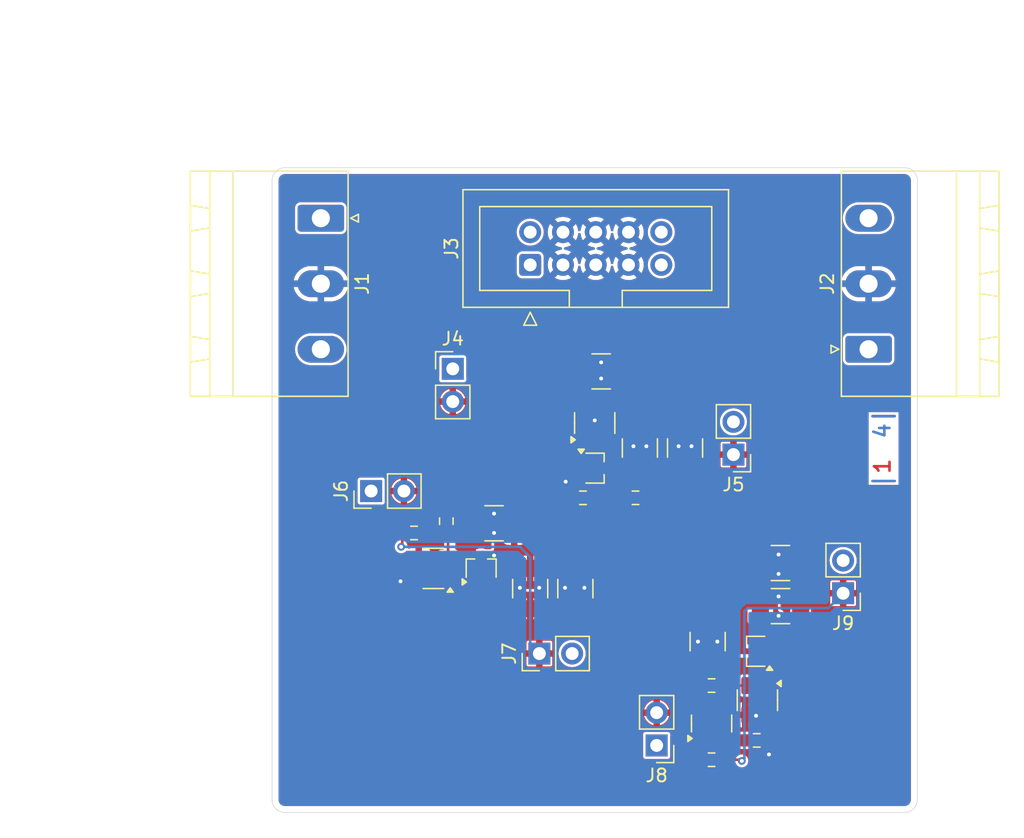
<source format=kicad_pcb>
(kicad_pcb
	(version 20240108)
	(generator "pcbnew")
	(generator_version "8.0")
	(general
		(thickness 1.6)
		(legacy_teardrops no)
	)
	(paper "A4")
	(layers
		(0 "F.Cu" signal)
		(1 "In1.Cu" signal)
		(2 "In2.Cu" signal)
		(31 "B.Cu" signal)
		(32 "B.Adhes" user "B.Adhesive")
		(33 "F.Adhes" user "F.Adhesive")
		(34 "B.Paste" user)
		(35 "F.Paste" user)
		(36 "B.SilkS" user "B.Silkscreen")
		(37 "F.SilkS" user "F.Silkscreen")
		(38 "B.Mask" user)
		(39 "F.Mask" user)
		(40 "Dwgs.User" user "User.Drawings")
		(41 "Cmts.User" user "User.Comments")
		(42 "Eco1.User" user "User.Eco1")
		(43 "Eco2.User" user "User.Eco2")
		(44 "Edge.Cuts" user)
		(45 "Margin" user)
		(46 "B.CrtYd" user "B.Courtyard")
		(47 "F.CrtYd" user "F.Courtyard")
		(48 "B.Fab" user)
		(49 "F.Fab" user)
		(50 "User.1" user)
		(51 "User.2" user)
		(52 "User.3" user)
		(53 "User.4" user)
		(54 "User.5" user)
		(55 "User.6" user)
		(56 "User.7" user)
		(57 "User.8" user)
		(58 "User.9" user)
	)
	(setup
		(stackup
			(layer "F.SilkS"
				(type "Top Silk Screen")
			)
			(layer "F.Paste"
				(type "Top Solder Paste")
			)
			(layer "F.Mask"
				(type "Top Solder Mask")
				(thickness 0.01)
			)
			(layer "F.Cu"
				(type "copper")
				(thickness 0.035)
			)
			(layer "dielectric 1"
				(type "prepreg")
				(thickness 0.1)
				(material "FR4")
				(epsilon_r 4.5)
				(loss_tangent 0.02)
			)
			(layer "In1.Cu"
				(type "copper")
				(thickness 0.035)
			)
			(layer "dielectric 2"
				(type "core")
				(thickness 1.24)
				(material "FR4")
				(epsilon_r 4.5)
				(loss_tangent 0.02)
			)
			(layer "In2.Cu"
				(type "copper")
				(thickness 0.035)
			)
			(layer "dielectric 3"
				(type "prepreg")
				(thickness 0.1)
				(material "FR4")
				(epsilon_r 4.5)
				(loss_tangent 0.02)
			)
			(layer "B.Cu"
				(type "copper")
				(thickness 0.035)
			)
			(layer "B.Mask"
				(type "Bottom Solder Mask")
				(thickness 0.01)
			)
			(layer "B.Paste"
				(type "Bottom Solder Paste")
			)
			(layer "B.SilkS"
				(type "Bottom Silk Screen")
			)
			(copper_finish "None")
			(dielectric_constraints no)
		)
		(pad_to_mask_clearance 0.05)
		(solder_mask_min_width 0.1)
		(allow_soldermask_bridges_in_footprints no)
		(grid_origin 75 100)
		(pcbplotparams
			(layerselection 0x00010fc_ffffffff)
			(plot_on_all_layers_selection 0x0000000_00000000)
			(disableapertmacros no)
			(usegerberextensions no)
			(usegerberattributes yes)
			(usegerberadvancedattributes yes)
			(creategerberjobfile yes)
			(dashed_line_dash_ratio 12.000000)
			(dashed_line_gap_ratio 3.000000)
			(svgprecision 4)
			(plotframeref no)
			(viasonmask yes)
			(mode 1)
			(useauxorigin no)
			(hpglpennumber 1)
			(hpglpenspeed 20)
			(hpglpendiameter 15.000000)
			(pdf_front_fp_property_popups yes)
			(pdf_back_fp_property_popups yes)
			(dxfpolygonmode yes)
			(dxfimperialunits yes)
			(dxfusepcbnewfont yes)
			(psnegative no)
			(psa4output no)
			(plotreference yes)
			(plotvalue yes)
			(plotfptext yes)
			(plotinvisibletext no)
			(sketchpadsonfab no)
			(subtractmaskfromsilk no)
			(outputformat 1)
			(mirror no)
			(drillshape 1)
			(scaleselection 1)
			(outputdirectory "")
		)
	)
	(net 0 "")
	(net 1 "/In1")
	(net 2 "GND")
	(net 3 "/OUT1")
	(net 4 "/IN2")
	(net 5 "/OUT2")
	(net 6 "/IN3")
	(net 7 "/OUT3")
	(net 8 "/SW1")
	(net 9 "unconnected-(D1-NC-Pad2)")
	(net 10 "/SW2")
	(net 11 "unconnected-(D2-NC-Pad2)")
	(net 12 "/SW3")
	(net 13 "unconnected-(D3-NC-Pad2)")
	(net 14 "/V-in")
	(net 15 "/V+in")
	(net 16 "Net-(J2-Pin_1)")
	(net 17 "Net-(J2-Pin_3)")
	(net 18 "/FB3")
	(net 19 "/FB_HIGH3")
	(net 20 "/FB1")
	(net 21 "/FB2")
	(net 22 "Net-(Q1-B)")
	(footprint "byp-lib:BWVS00606045" (layer "F.Cu") (at 94.5 68.65 -90))
	(footprint "Capacitor_SMD:C_1210_3225Metric_Pad1.33x2.70mm_HandSolder" (layer "F.Cu") (at 107 71.7375 90))
	(footprint "Resistor_SMD:R_0603_1608Metric_Pad0.98x0.95mm_HandSolder" (layer "F.Cu") (at 88.5 77.4125 90))
	(footprint "Resistor_SMD:R_0603_1608Metric_Pad0.98x0.95mm_HandSolder" (layer "F.Cu") (at 86 78.325))
	(footprint "Connector_PinHeader_2.54mm:PinHeader_1x02_P2.54mm_Vertical" (layer "F.Cu") (at 82.675 75.075 90))
	(footprint "Connector_PinHeader_2.54mm:PinHeader_1x02_P2.54mm_Vertical" (layer "F.Cu") (at 110.75 72.25 180))
	(footprint "byp-lib:BWVS00606045" (layer "F.Cu") (at 117.75 89 90))
	(footprint "Package_TO_SOT_SMD:SOT-23-5" (layer "F.Cu") (at 100 69.8 90))
	(footprint "Connector_PinHeader_2.54mm:PinHeader_1x02_P2.54mm_Vertical" (layer "F.Cu") (at 89 65.6))
	(footprint "Resistor_SMD:R_0603_1608Metric_Pad0.98x0.95mm_HandSolder" (layer "F.Cu") (at 99.0875 75.6 180))
	(footprint "Package_TO_SOT_SMD:SOT-323_SC-70" (layer "F.Cu") (at 100 73.3))
	(footprint "Capacitor_SMD:C_1210_3225Metric_Pad1.33x2.70mm_HandSolder" (layer "F.Cu") (at 95 82.6375 -90))
	(footprint "Capacitor_SMD:C_1210_3225Metric_Pad1.33x2.70mm_HandSolder" (layer "F.Cu") (at 103.5 71.7375 90))
	(footprint "Capacitor_SMD:C_1210_3225Metric_Pad1.33x2.70mm_HandSolder" (layer "F.Cu") (at 100.5 65.8))
	(footprint "Resistor_SMD:R_0603_1608Metric_Pad0.98x0.95mm_HandSolder" (layer "F.Cu") (at 112.556277 94.407939 180))
	(footprint "Connector_Phoenix_MSTB:PhoenixContact_MSTBA_2,5_3-G-5,08_1x03_P5.08mm_Horizontal" (layer "F.Cu") (at 78.7775 53.92 -90))
	(footprint "Connector_IDC:IDC-Header_2x05_P2.54mm_Vertical" (layer "F.Cu") (at 95 57.54 90))
	(footprint "Resistor_SMD:R_0603_1608Metric_Pad0.98x0.95mm_HandSolder" (layer "F.Cu") (at 109.056277 95.907939 180))
	(footprint "Resistor_SMD:R_0603_1608Metric_Pad0.98x0.95mm_HandSolder" (layer "F.Cu") (at 109.056277 90.157939 180))
	(footprint "byp-lib:BWVS00606045" (layer "F.Cu") (at 90 86.325))
	(footprint "Package_TO_SOT_SMD:SOT-323_SC-70" (layer "F.Cu") (at 91.2 81.075 90))
	(footprint "Capacitor_SMD:C_1210_3225Metric_Pad1.33x2.70mm_HandSolder" (layer "F.Cu") (at 114.397738 83.997744))
	(footprint "Connector_PinHeader_2.54mm:PinHeader_1x02_P2.54mm_Vertical" (layer "F.Cu") (at 119.25 83 180))
	(footprint "Connector_PinHeader_2.54mm:PinHeader_1x02_P2.54mm_Vertical" (layer "F.Cu") (at 95.71 87.675 90))
	(footprint "Capacitor_SMD:C_1210_3225Metric_Pad1.33x2.70mm_HandSolder" (layer "F.Cu") (at 98.5 82.6375 -90))
	(footprint "Capacitor_SMD:C_1210_3225Metric_Pad1.33x2.70mm_HandSolder" (layer "F.Cu") (at 108.75 86.75 -90))
	(footprint "Package_TO_SOT_SMD:SOT-23-5" (layer "F.Cu") (at 112.606277 91.295439 -90))
	(footprint "Resistor_SMD:R_0603_1608Metric_Pad0.98x0.95mm_HandSolder" (layer "F.Cu") (at 103.1625 75.6 180))
	(footprint "Capacitor_SMD:C_1210_3225Metric_Pad1.33x2.70mm_HandSolder" (layer "F.Cu") (at 114.390361 80.65856))
	(footprint "Connector_PinHeader_2.54mm:PinHeader_1x02_P2.54mm_Vertical" (layer "F.Cu") (at 104.8 94.8 180))
	(footprint "Package_TO_SOT_SMD:SOT-323_SC-70" (layer "F.Cu") (at 112.5 87.5 180))
	(footprint "Connector_Phoenix_MSTB:PhoenixContact_MSTBA_2,5_3-G-5,08_1x03_P5.08mm_Horizontal" (layer "F.Cu") (at 121.2225 64.08 90))
	(footprint "Package_TO_SOT_SMD:SOT-23-5" (layer "F.Cu") (at 87.5 81.075 180))
	(footprint "Package_TO_SOT_SMD:SOT-23" (layer "F.Cu") (at 109.056277 93.095439 90))
	(footprint "Capacitor_SMD:C_1210_3225Metric_Pad1.33x2.70mm_HandSolder" (layer "F.Cu") (at 92.2 77.575 180))
	(gr_line
		(start 76 50)
		(end 124 50)
		(locked yes)
		(stroke
			(width 0.05)
			(type default)
		)
		(layer "Edge.Cuts")
		(uuid "27b510a8-5a35-4780-8bc6-0b8039ab2269")
	)
	(gr_arc
		(start 76 100)
		(mid 75.292893 99.707107)
		(end 75 99)
		(locked yes)
		(stroke
			(width 0.05)
			(type default)
		)
		(layer "Edge.Cuts")
		(uuid "2926550a-ab36-46a6-bddb-5e59f77f1bf1")
	)
	(gr_arc
		(start 75 51)
		(mid 75.292893 50.292893)
		(end 76 50)
		(locked yes)
		(stroke
			(width 0.05)
			(type default)
		)
		(layer "Edge.Cuts")
		(uuid "5b5dcc8f-3819-4e93-87d8-14422b7cf966")
	)
	(gr_arc
		(start 125 99)
		(mid 124.707107 99.707107)
		(end 124 100)
		(locked yes)
		(stroke
			(width 0.05)
			(type default)
		)
		(layer "Edge.Cuts")
		(uuid "60652fe9-3ec5-4681-b5d4-9d936a8aba08")
	)
	(gr_line
		(start 124 100)
		(end 76 100)
		(locked yes)
		(stroke
			(width 0.05)
			(type default)
		)
		(layer "Edge.Cuts")
		(uuid "6f83613d-5d6b-42d5-a90c-c233a12c673f")
	)
	(gr_line
		(start 125 51)
		(end 125 99)
		(locked yes)
		(stroke
			(width 0.05)
			(type default)
		)
		(layer "Edge.Cuts")
		(uuid "9082957f-ff40-415d-ba12-b4a99302cab9")
	)
	(gr_arc
		(start 124 50)
		(mid 124.707107 50.292893)
		(end 125 51)
		(locked yes)
		(stroke
			(width 0.05)
			(type default)
		)
		(layer "Edge.Cuts")
		(uuid "a77b9d8a-1c74-4184-b386-c1f84ffeaadd")
	)
	(gr_line
		(start 75 99)
		(end 75 51)
		(locked yes)
		(stroke
			(width 0.05)
			(type default)
		)
		(layer "Edge.Cuts")
		(uuid "afb774ac-91d4-4857-aba4-924b0fe488f6")
	)
	(gr_text "|1   |"
		(at 123 75 90)
		(layer "F.Cu")
		(uuid "cb5426c8-e7d6-494d-9d19-a09b11f995cf")
		(effects
			(font
				(size 1.2 1.2)
				(thickness 0.2)
				(bold yes)
			)
			(justify left bottom)
		)
	)
	(gr_text "| 2  |"
		(at 123 75 90)
		(layer "In1.Cu")
		(uuid "dee87f40-bea2-467a-89c5-ed7028e8e8d9")
		(effects
			(font
				(size 1.2 1.2)
				(thickness 0.2)
				(bold yes)
			)
			(justify left bottom)
		)
	)
	(gr_text "|  3 |"
		(at 123 75 90)
		(layer "In2.Cu")
		(uuid "0357b60c-de70-4660-b1e1-29a970744299")
		(effects
			(font
				(size 1.2 1.2)
				(thickness 0.2)
				(bold yes)
			)
			(justify left bottom)
		)
	)
	(gr_text "|   4|"
		(at 123 75 90)
		(layer "B.Cu")
		(uuid "4c53279d-36a2-4dc8-8719-e0ac5daae19e")
		(effects
			(font
				(size 1.2 1.2)
				(thickness 0.2)
				(bold yes)
			)
			(justify left bottom)
		)
	)
	(dimension
		(type aligned)
		(layer "User.1")
		(uuid "5e510d19-2a38-4c76-876d-d8602ff733f6")
		(pts
			(xy 76 50) (xy 76 100)
		)
		(height 15.999999)
		(gr_text "50,0000 mm"
			(at 58.850001 75 90)
			(layer "User.1")
			(uuid "5e510d19-2a38-4c76-876d-d8602ff733f6")
			(effects
				(font
					(size 1 1)
					(thickness 0.15)
				)
			)
		)
		(format
			(prefix "")
			(suffix "")
			(units 3)
			(units_format 1)
			(precision 4)
		)
		(style
			(thickness 0.1)
			(arrow_length 1.27)
			(text_position_mode 0)
			(extension_height 0.58642)
			(extension_offset 0.5) keep_text_aligned)
	)
	(dimension
		(type aligned)
		(layer "User.1")
		(uuid "fbf8a477-3c67-4cc4-ac07-ed7cdf9404f7")
		(pts
			(xy 75 51) (xy 125 51)
		)
		(height -12)
		(gr_text "50,0000 mm"
			(at 100 37.85 0)
			(layer "User.1")
			(uuid "fbf8a477-3c67-4cc4-ac07-ed7cdf9404f7")
			(effects
				(font
					(size 1 1)
					(thickness 0.15)
				)
			)
		)
		(format
			(prefix "")
			(suffix "")
			(units 3)
			(units_format 1)
			(precision 4)
		)
		(style
			(thickness 0.1)
			(arrow_length 1.27)
			(text_position_mode 0)
			(extension_height 0.58642)
			(extension_offset 0.5) keep_text_aligned)
	)
	(via
		(at 100 69.6)
		(size 0.6)
		(drill 0.3)
		(layers "F.Cu" "B.Cu")
		(free yes)
		(net 2)
		(uuid "0095b25f-2895-4cc0-ba0d-7b10b331230c")
	)
	(via
		(at 109.5 86.75)
		(size 0.6)
		(drill 0.3)
		(layers "F.Cu" "B.Cu")
		(free yes)
		(net 2)
		(uuid "03d83c65-dcaa-43cb-9f39-6c6f5234d73e")
	)
	(via
		(at 100.5 66.35)
		(size 0.6)
		(drill 0.3)
		(layers "F.Cu" "B.Cu")
		(free yes)
		(net 2)
		(uuid "09e2d163-8f6a-4251-a8d7-5e7728fe9577")
	)
	(via
		(at 97.7 82.575)
		(size 0.6)
		(drill 0.3)
		(layers "F.Cu" "B.Cu")
		(free yes)
		(net 2)
		(uuid "0efb9ed1-9d18-4c9a-9572-43e9211e975a")
	)
	(via
		(at 92.2 78.325)
		(size 0.6)
		(drill 0.3)
		(layers "F.Cu" "B.Cu")
		(free yes)
		(net 2)
		(uuid "150956eb-dc22-4b31-9dfa-a1bff185759d")
	)
	(via
		(at 99.2 82.575)
		(size 0.6)
		(drill 0.3)
		(layers "F.Cu" "B.Cu")
		(free yes)
		(net 2)
		(uuid "1e18d8b2-6a6f-4748-90dd-19291136fd49")
	)
	(via
		(at 114.25 81.5)
		(size 0.6)
		(drill 0.3)
		(layers "F.Cu" "B.Cu")
		(free yes)
		(net 2)
		(uuid "2b75be5a-41de-4772-8123-b889ec0280f0")
	)
	(via
		(at 108 86.75)
		(size 0.6)
		(drill 0.3)
		(layers "F.Cu" "B.Cu")
		(free yes)
		(net 2)
		(uuid "30a52ecc-42a0-4371-b532-729332591477")
	)
	(via
		(at 114.25 83.25)
		(size 0.6)
		(drill 0.3)
		(layers "F.Cu" "B.Cu")
		(free yes)
		(net 2)
		(uuid "3573c2af-d207-46bb-b932-2782344acac5")
	)
	(via
		(at 112.5 92.5)
		(size 0.6)
		(drill 0.3)
		(layers "F.Cu" "B.Cu")
		(free yes)
		(net 2)
		(uuid "3871ee59-9967-4caf-a2be-3a53b03905b4")
	)
	(via
		(at 92.2 80.075)
		(size 0.6)
		(drill 0.3)
		(layers "F.Cu" "B.Cu")
		(free yes)
		(net 2)
		(uuid "3ecee66e-1aa3-4690-a053-1ba6b3a7e9bb")
	)
	(via
		(at 94.2 82.575)
		(size 0.6)
		(drill 0.3)
		(layers "F.Cu" "B.Cu")
		(free yes)
		(net 2)
		(uuid "468afa86-74f8-4baa-98b5-635b6e625428")
	)
	(via
		(at 114.25 80)
		(size 0.6)
		(drill 0.3)
		(layers "F.Cu" "B.Cu")
		(free yes)
		(net 2)
		(uuid "527125ae-cab5-4f1d-8abc-14d04f0977bd")
	)
	(via
		(at 92.2 76.825)
		(size 0.6)
		(drill 0.3)
		(layers "F.Cu" "B.Cu")
		(free yes)
		(net 2)
		(uuid "528ce57f-a6fc-484a-8550-0e2eca110d82")
	)
	(via
		(at 113.5 95.5)
		(size 0.6)
		(drill 0.3)
		(layers "F.Cu" "B.Cu")
		(free yes)
		(net 2)
		(uuid "653e08de-e6ed-4cb1-a48d-0b28c12d23ba")
	)
	(via
		(at 114.25 84.75)
		(size 0.6)
		(drill 0.3)
		(layers "F.Cu" "B.Cu")
		(free yes)
		(net 2)
		(uuid "71757787-4220-4b86-a584-ee50c7d26db1")
	)
	(via
		(at 100.5 65.1)
		(size 0.6)
		(drill 0.3)
		(layers "F.Cu" "B.Cu")
		(free yes)
		(net 2)
		(uuid "7672b176-9c8b-426e-9a39-05d1e840f94a")
	)
	(via
		(at 103 71.6)
		(size 0.6)
		(drill 0.3)
		(layers "F.Cu" "B.Cu")
		(free yes)
		(net 2)
		(uuid "8e9c4903-effc-4027-882b-171c5f1f4f01")
	)
	(via
		(at 107.5 71.6)
		(size 0.6)
		(drill 0.3)
		(layers "F.Cu" "B.Cu")
		(free yes)
		(net 2)
		(uuid "9392b5f2-de33-4fca-9f63-5a02fb1c9f90")
	)
	(via
		(at 104 71.6)
		(size 0.6)
		(drill 0.3)
		(layers "F.Cu" "B.Cu")
		(free yes)
		(net 2)
		(uuid "ab765ca4-1b79-441d-a8f9-dfe315642772")
	)
	(via
		(at 106.5 71.6)
		(size 0.6)
		(drill 0.3)
		(layers "F.Cu" "B.Cu")
		(free yes)
		(net 2)
		(uuid "addd5d33-7e05-4d92-836d-c09e85fdd9fa")
	)
	(via
		(at 97.75 74.35)
		(size 0.6)
		(drill 0.3)
		(layers "F.Cu" "B.Cu")
		(free yes)
		(net 2)
		(uuid "e45535ae-48f4-4bfa-b49d-45f40cd7926f")
	)
	(via
		(at 84.95 82.075)
		(size 0.6)
		(drill 0.3)
		(layers "F.Cu" "B.Cu")
		(free yes)
		(net 2)
		(uuid "e621f036-d93a-44a0-9982-255634ea6be9")
	)
	(via
		(at 95.7 82.575)
		(size 0.6)
		(drill 0.3)
		(layers "F.Cu" "B.Cu")
		(free yes)
		(net 2)
		(uuid "fff2e9b7-8a0a-470b-a028-e3a7f3a6c216")
	)
	(segment
		(start 85.0875 79.3125)
		(end 85 79.4)
		(width 0.2)
		(layer "F.Cu")
		(net 5)
		(uuid "2b6b3d8f-7ed3-4309-9120-aa8914fa189d")
	)
	(segment
		(start 85.0875 78.325)
		(end 85.0875 79.3125)
		(width 0.2)
		(layer "F.Cu")
		(net 5)
		(uuid "ac78a45e-8d90-4507-b637-693c6a299101")
	)
	(via
		(at 85 79.4)
		(size 0.6)
		(drill 0.3)
		(layers "F.Cu" "B.Cu")
		(net 5)
		(uuid "0ff9722b-d3c5-416b-8732-ce1a1a049dff")
	)
	(segment
		(start 95 80.2)
		(end 95 86.965)
		(width 0.2)
		(layer "B.Cu")
		(net 5)
		(uuid "47044d23-a931-4169-b2bd-3a9b9d13ced7")
	)
	(segment
		(start 85 79.4)
		(end 94.2 79.4)
		(width 0.2)
		(layer "B.Cu")
		(net 5)
		(uuid "714774d4-cc59-4871-af02-e30e61d3d260")
	)
	(segment
		(start 94.2 79.4)
		(end 95 80.2)
		(width 0.2)
		(layer "B.Cu")
		(net 5)
		(uuid "8b4a651a-a396-4540-875d-8bdfe8417dba")
	)
	(segment
		(start 95 86.965)
		(end 95.71 87.675)
		(width 0.2)
		(layer "B.Cu")
		(net 5)
		(uuid "ef0d42a8-189c-44d4-91c6-1e470f7c26f1")
	)
	(segment
		(start 109.968777 95.907939)
		(end 111.307939 95.907939)
		(width 0.2)
		(layer "F.Cu")
		(net 7)
		(uuid "a837d30b-abc5-4a3b-8d36-7378403e840c")
	)
	(segment
		(start 111.307939 95.907939)
		(end 111.4 96)
		(width 0.2)
		(layer "F.Cu")
		(net 7)
		(uuid "bd786682-0141-437e-96cc-7e31e35d568e")
	)
	(via
		(at 111.4 96)
		(size 0.6)
		(drill 0.3)
		(layers "F.Cu" "B.Cu")
		(net 7)
		(uuid "94ed6819-7f69-4005-8841-7173ca69cb63")
	)
	(segment
		(start 111.6 95.8)
		(end 111.6 84.4)
		(width 0.2)
		(layer "B.Cu")
		(net 7)
		(uuid "2ad2340b-8e30-47af-ba42-28c4b95c3cda")
	)
	(segment
		(start 111.6 84.4)
		(end 111.85 84.15)
		(width 0.2)
		(layer "B.Cu")
		(net 7)
		(uuid "80e95da4-886e-4af5-b708-a6bf236b5874")
	)
	(segment
		(start 111.4 96)
		(end 111.6 95.8)
		(width 0.2)
		(layer "B.Cu")
		(net 7)
		(uuid "d0c0d52a-124c-4293-8157-b42969fc9c5a")
	)
	(segment
		(start 118.1 84.15)
		(end 119.25 83)
		(width 0.2)
		(layer "B.Cu")
		(net 7)
		(uuid "f53599b6-eebe-4f97-988c-47b4c74b7884")
	)
	(segment
		(start 111.85 84.15)
		(end 118.1 84.15)
		(width 0.2)
		(layer "B.Cu")
		(net 7)
		(uuid "fbb973de-d0ff-4d97-9106-b63d9bf30724")
	)
	(segment
		(start 109.968777 91.831223)
		(end 109.642061 92.157939)
		(width 0.2)
		(layer "F.Cu")
		(net 18)
		(uuid "0e3db165-8258-436f-8810-36810453a43b")
	)
	(segment
		(start 109.642061 92.157939)
		(end 109.056277 92.157939)
		(width 0.2)
		(layer "F.Cu")
		(net 18)
		(uuid "314cbf29-825c-4edc-b306-8659954b56df")
	)
	(segment
		(start 109.968777 90.157939)
		(end 109.968777 91.831223)
		(width 0.2)
		(layer "F.Cu")
		(net 18)
		(uuid "3af174c5-f69d-42d6-ab3f-fa690f7e0ced")
	)
	(segment
		(start 111.656277 90.157939)
		(end 109.968777 90.157939)
		(width 0.2)
		(layer "F.Cu")
		(net 18)
		(uuid "c3f9cdd0-12d5-4b6b-b663-215ead4de5d3")
	)
	(segment
		(start 111.643777 94.407939)
		(end 111.007939 94.407939)
		(width 0.2)
		(layer "F.Cu")
		(net 19)
		(uuid "5c4e8027-39cd-4718-859f-ea9f1507232a")
	)
	(segment
		(start 110.632939 94.032939)
		(end 110.006277 94.032939)
		(width 0.2)
		(layer "F.Cu")
		(net 19)
		(uuid "5cc1a6f8-8377-4446-bdf2-6333a2aad8de")
	)
	(segment
		(start 111.007939 94.407939)
		(end 110.632939 94.032939)
		(width 0.2)
		(layer "F.Cu")
		(net 19)
		(uuid "6c243615-1e9c-4416-9311-366d4d26b609")
	)
	(segment
		(start 100.95 71.8)
		(end 100 72.75)
		(width 0.2)
		(layer "F.Cu")
		(net 20)
		(uuid "5b012d43-c4c8-4641-b28e-6f818937005c")
	)
	(segment
		(start 100 72.75)
		(end 100 75.6)
		(width 0.2)
		(layer "F.Cu")
		(net 20)
		(uuid "a084a683-9107-4535-824b-6580d8f9eea7")
	)
	(segment
		(start 100.95 70.9375)
		(end 100.95 71.8)
		(width 0.2)
		(layer "F.Cu")
		(net 20)
		(uuid "e08133a0-e3ca-46e0-b952-8178e54bfb46")
	)
	(segment
		(start 102.25 75.6)
		(end 100 75.6)
		(width 0.2)
		(layer "F.Cu")
		(net 20)
		(uuid "fec55eee-d381-4031-b21a-98f65b437d36")
	)
	(segment
		(start 86.9125 78.325)
		(end 88.5 78.325)
		(width 0.2)
		(layer "F.Cu")
		(net 21)
		(uuid "6c6a5a17-c3eb-4259-9dbb-ecc94a9690fa")
	)
	(segment
		(start 88.6375 78.4625)
		(end 88.5 78.325)
		(width 0.2)
		(layer "F.Cu")
		(net 21)
		(uuid "7becd439-edb4-4720-aefc-8e82a0f0ddd3")
	)
	(segment
		(start 88.6375 80.125)
		(end 88.6375 78.4625)
		(width 0.2)
		(layer "F.Cu")
		(net 21)
		(uuid "deaed4d9-f60a-43aa-bada-1394370c5234")
	)
	(segment
		(start 108.143777 95.907939)
		(end 108.143777 94.070439)
		(width 0.2)
		(layer "F.Cu")
		(net 22)
		(uuid "4abc333e-8f4a-4cb8-a08b-0df63115e2cd")
	)
	(segment
		(start 108.143777 94.070439)
		(end 108.106277 94.032939)
		(width 0.2)
		(layer "F.Cu")
		(net 22)
		(uuid "e45c9b50-f7be-42b9-b01e-498b01b5fdb5")
	)
	(zone
		(net 5)
		(net_name "/OUT2")
		(layer "F.Cu")
		(uuid "109c2be4-7fda-4b9a-8651-7a1ecd219f7c")
		(hatch edge 0.5)
		(priority 6)
		(connect_pads
			(clearance 0.15)
		)
		(min_thickness 0.15)
		(filled_areas_thickness no)
		(fill yes
			(thermal_gap 0.15)
			(thermal_bridge_width 0.5)
		)
		(polygon
			(pts
				(xy 90.65 89.875) (xy 90.65 82.875) (xy 100.25 82.875) (xy 100.25 89.875)
			)
		)
		(filled_polygon
			(layer "F.Cu")
			(pts
				(xy 93.816226 82.896674) (xy 93.819825 82.90054) (xy 93.868867 82.957138) (xy 93.868868 82.957139)
				(xy 93.868872 82.957143) (xy 93.989947 83.034953) (xy 94.096403 83.066211) (xy 94.128035 83.075499)
				(xy 94.128037 83.0755) (xy 94.128039 83.0755) (xy 94.271963 83.0755) (xy 94.271964 83.075499) (xy 94.410053 83.034953)
				(xy 94.531128 82.957143) (xy 94.548485 82.937111) (xy 94.580175 82.90054) (xy 94.630821 82.875189)
				(xy 94.6361 82.875) (xy 95.2639 82.875) (xy 95.316226 82.896674) (xy 95.319825 82.90054) (xy 95.368867 82.957138)
				(xy 95.368868 82.957139) (xy 95.368872 82.957143) (xy 95.489947 83.034953) (xy 95.596403 83.066211)
				(xy 95.628035 83.075499) (xy 95.628037 83.0755) (xy 95.628039 83.0755) (xy 95.771963 83.0755) (xy 95.771964 83.075499)
				(xy 95.910053 83.034953) (xy 96.031128 82.957143) (xy 96.048485 82.937111) (xy 96.080175 82.90054)
				(xy 96.130821 82.875189) (xy 96.1361 82.875) (xy 97.2639 82.875) (xy 97.316226 82.896674) (xy 97.319825 82.90054)
				(xy 97.368867 82.957138) (xy 97.368868 82.957139) (xy 97.368872 82.957143) (xy 97.489947 83.034953)
				(xy 97.596403 83.066211) (xy 97.628035 83.075499) (xy 97.628037 83.0755) (xy 97.628039 83.0755)
				(xy 97.771963 83.0755) (xy 97.771964 83.075499) (xy 97.910053 83.034953) (xy 98.031128 82.957143)
				(xy 98.048485 82.937111) (xy 98.080175 82.90054) (xy 98.130821 82.875189) (xy 98.1361 82.875) (xy 98.7639 82.875)
				(xy 98.816226 82.896674) (xy 98.819825 82.90054) (xy 98.868867 82.957138) (xy 98.868868 82.957139)
				(xy 98.868872 82.957143) (xy 98.989947 83.034953) (xy 99.096403 83.066211) (xy 99.128035 83.075499)
				(xy 99.128037 83.0755) (xy 99.128039 83.0755) (xy 99.271963 83.0755) (xy 99.271964 83.075499) (xy 99.410053 83.034953)
				(xy 99.531128 82.957143) (xy 99.548485 82.937111) (xy 99.580175 82.90054) (xy 99.630821 82.875189)
				(xy 99.6361 82.875) (xy 100.176 82.875) (xy 100.228326 82.896674) (xy 100.25 82.949) (xy 100.25 89.801)
				(xy 100.228326 89.853326) (xy 100.176 89.875) (xy 90.724 89.875) (xy 90.671674 89.853326) (xy 90.65 89.801)
				(xy 90.65 88.740641) (xy 91.05 88.740641) (xy 91.0529 88.777493) (xy 91.098718 88.935199) (xy 91.182317 89.076556)
				(xy 91.298443 89.192682) (xy 91.4398 89.276281) (xy 91.597508 89.322099) (xy 91.597505 89.322099)
				(xy 91.634359 89.325) (xy 92.765641 89.325) (xy 92.802493 89.322099) (xy 92.960199 89.276281) (xy 93.101556 89.192682)
				(xy 93.217682 89.076556) (xy 93.301281 88.935199) (xy 93.347099 88.777493) (xy 93.35 88.740641)
				(xy 93.35 87.828553) (xy 92.946447 87.425) (xy 94.71 87.425) (xy 95.276988 87.425) (xy 95.244075 87.482007)
				(xy 95.21 87.609174) (xy 95.21 87.740826) (xy 95.244075 87.867993) (xy 95.276988 87.925) (xy 94.710001 87.925)
				(xy 94.710001 88.539778) (xy 94.718701 88.583524) (xy 94.751855 88.633143) (xy 94.751856 88.633144)
				(xy 94.801472 88.666296) (xy 94.845226 88.674999) (xy 95.46 88.674999) (xy 95.46 88.108012) (xy 95.517007 88.140925)
				(xy 95.644174 88.175) (xy 95.775826 88.175) (xy 95.902993 88.140925) (xy 95.96 88.108012) (xy 95.96 88.674999)
				(xy 96.574779 88.674999) (xy 96.618524 88.666298) (xy 96.668143 88.633144) (xy 96.668144 88.633143)
				(xy 96.701296 88.583527) (xy 96.71 88.539773) (xy 96.71 87.925) (xy 96.143012 87.925) (xy 96.175925 87.867993)
				(xy 96.21 87.740826) (xy 96.21 87.675) (xy 97.194417 87.675) (xy 97.2147 87.880934) (xy 97.274768 88.078954)
				(xy 97.372315 88.26145) (xy 97.50359 88.42141) (xy 97.66355 88.552685) (xy 97.846046 88.650232)
				(xy 98.044066 88.7103) (xy 98.25 88.730583) (xy 98.455934 88.7103) (xy 98.653954 88.650232) (xy 98.83645 88.552685)
				(xy 98.99641 88.42141) (xy 99.127685 88.26145) (xy 99.225232 88.078954) (xy 99.2853 87.880934) (xy 99.305583 87.675)
				(xy 99.2853 87.469066) (xy 99.225232 87.271046) (xy 99.127685 87.08855) (xy 98.99641 86.92859) (xy 98.83645 86.797315)
				(xy 98.653954 86.699768) (xy 98.542158 86.665855) (xy 98.455935 86.6397) (xy 98.25 86.619417) (xy 98.044064 86.6397)
				(xy 97.846043 86.699769) (xy 97.663549 86.797315) (xy 97.50359 86.928589) (xy 97.503589 86.92859)
				(xy 97.372315 87.088549) (xy 97.274769 87.271043) (xy 97.2147 87.469064) (xy 97.2147 87.469066)
				(xy 97.194417 87.675) (xy 96.21 87.675) (xy 96.21 87.609174) (xy 96.175925 87.482007) (xy 96.143012 87.425)
				(xy 96.709999 87.425) (xy 96.709999 86.810221) (xy 96.701298 86.766475) (xy 96.668144 86.716856)
				(xy 96.668143 86.716855) (xy 96.618527 86.683703) (xy 96.574773 86.675) (xy 95.96 86.675) (xy 95.96 87.241988)
				(xy 95.902993 87.209075) (xy 95.775826 87.175) (xy 95.644174 87.175) (xy 95.517007 87.209075) (xy 95.46 87.241988)
				(xy 95.46 86.675) (xy 94.845229 86.675) (xy 94.801473 86.683703) (xy 94.751856 86.716855) (xy 94.751855 86.716856)
				(xy 94.718703 86.766472) (xy 94.71 86.810226) (xy 94.71 87.425) (xy 92.946447 87.425) (xy 92.2 86.678553)
				(xy 91.05 87.828553) (xy 91.05 88.740641) (xy 90.65 88.740641) (xy 90.65 85.528553) (xy 91.05 85.528553)
				(xy 91.05 87.121446) (xy 91.846447 86.325) (xy 92.553553 86.325) (xy 93.349999 87.121446) (xy 93.35 87.121446)
				(xy 93.35 85.528553) (xy 93.349999 85.528553) (xy 92.553553 86.325) (xy 91.846447 86.325) (xy 91.05 85.528553)
				(xy 90.65 85.528553) (xy 90.65 84.821447) (xy 91.05 84.821447) (xy 92.2 85.971447) (xy 93.35 84.821447)
				(xy 93.35 84.45) (xy 93.500001 84.45) (xy 93.500001 84.643982) (xy 93.514834 84.737648) (xy 93.514835 84.737649)
				(xy 93.57236 84.850546) (xy 93.661953 84.940139) (xy 93.77485 84.997664) (xy 93.868518 85.012499)
				(xy 94.75 85.012499) (xy 94.75 84.45) (xy 95.25 84.45) (xy 95.25 85.012499) (xy 96.131481 85.012499)
				(xy 96.225148 84.997665) (xy 96.225149 84.997664) (xy 96.338046 84.940139) (xy 96.427639 84.850546)
				(xy 96.485164 84.737649) (xy 96.485164 84.737648) (xy 96.5 84.643981) (xy 96.5 84.45) (xy 97.000001 84.45)
				(xy 97.000001 84.643982) (xy 97.014834 84.737648) (xy 97.014835 84.737649) (xy 97.07236 84.850546)
				(xy 97.161953 84.940139) (xy 97.27485 84.997664) (xy 97.368518 85.012499) (xy 98.25 85.012499) (xy 98.25 84.45)
				(xy 98.75 84.45) (xy 98.75 85.012499) (xy 99.631481 85.012499) (xy 99.725148 84.997665) (xy 99.725149 84.997664)
				(xy 99.838046 84.940139) (xy 99.927639 84.850546) (xy 99.985164 84.737649) (xy 99.985164 84.737648)
				(xy 100 84.643981) (xy 100 84.45) (xy 98.75 84.45) (xy 98.25 84.45) (xy 97.000001 84.45) (xy 96.5 84.45)
				(xy 
... [332756 chars truncated]
</source>
